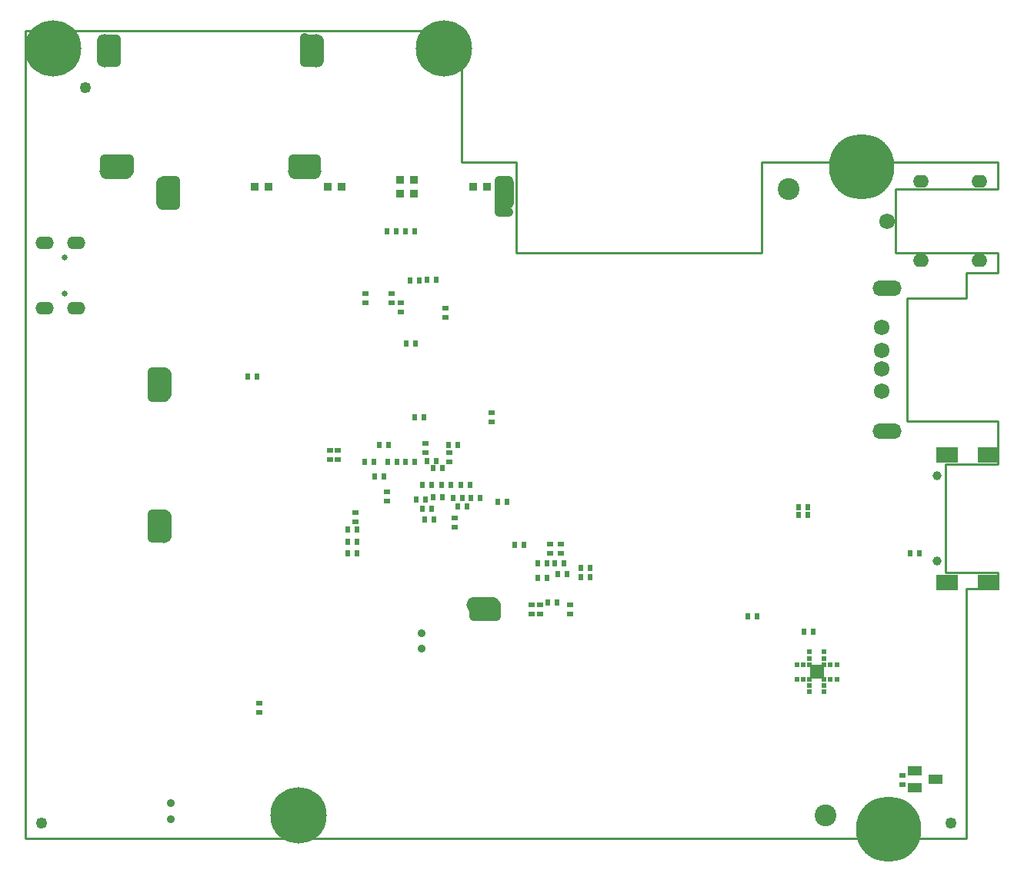
<source format=gbr>
G04 #@! TF.FileFunction,Soldermask,Bot*
%FSLAX46Y46*%
G04 Gerber Fmt 4.6, Leading zero omitted, Abs format (unit mm)*
G04 Created by KiCad (PCBNEW no-vcs-found-undefined) date Tue Nov  8 15:57:13 2016*
%MOMM*%
%LPD*%
G01*
G04 APERTURE LIST*
%ADD10C,0.100000*%
%ADD11C,1.016000*%
%ADD12C,0.254000*%
%ADD13R,0.901600X0.901600*%
%ADD14R,1.501600X1.101600*%
%ADD15R,0.601600X0.651600*%
%ADD16O,1.724000X1.400000*%
%ADD17C,1.724000*%
%ADD18O,3.200000X1.724000*%
%ADD19R,2.400000X1.800000*%
%ADD20C,1.000000*%
%ADD21R,0.600000X0.600000*%
%ADD22R,1.622400X1.622400*%
%ADD23C,0.900000*%
%ADD24O,2.000000X1.400000*%
%ADD25C,0.650000*%
%ADD26C,6.200000*%
%ADD27C,1.254000*%
%ADD28R,0.651600X0.601600*%
%ADD29C,2.400000*%
%ADD30C,7.200000*%
%ADD31O,3.700000X1.700000*%
%ADD32O,1.700000X3.700000*%
G04 APERTURE END LIST*
D10*
D11*
X152146000Y-27559000D02*
X152146000Y-30988000D01*
X130683000Y-11938000D02*
X131953000Y-11938000D01*
X130683000Y-14478000D02*
X132207000Y-14478000D01*
X130683000Y-11811000D02*
X130683000Y-14478000D01*
X109982000Y-11938000D02*
X108458000Y-11938000D01*
X109982000Y-14478000D02*
X108585000Y-14478000D01*
X109982000Y-11938000D02*
X109982000Y-14478000D01*
X108712000Y-25146000D02*
X108712000Y-26543000D01*
X111379000Y-25146000D02*
X111379000Y-26543000D01*
X108712000Y-25146000D02*
X111379000Y-25146000D01*
X116459000Y-27559000D02*
X115189000Y-27559000D01*
X116459000Y-30226000D02*
X115062000Y-30226000D01*
X116459000Y-27559000D02*
X116459000Y-30226000D01*
X131953000Y-25146000D02*
X131953000Y-26670000D01*
X129413000Y-25146000D02*
X129413000Y-26670000D01*
X131953000Y-25146000D02*
X129413000Y-25146000D01*
X152146000Y-27559000D02*
X153162000Y-27559000D01*
X152273000Y-30988000D02*
X153162000Y-30988000D01*
X151765000Y-75565000D02*
X151765000Y-74295000D01*
X149352000Y-75565000D02*
X149352000Y-74168000D01*
X151765000Y-75565000D02*
X149352000Y-75565000D01*
X113919000Y-66929000D02*
X115316000Y-66929000D01*
X113919000Y-64262000D02*
X115316000Y-64262000D01*
X113919000Y-66929000D02*
X113919000Y-64262000D01*
X113919000Y-48641000D02*
X115316000Y-48641000D01*
X113919000Y-51435000D02*
X115316000Y-51435000D01*
X113919000Y-48641000D02*
X113919000Y-51435000D01*
D12*
X201250000Y-58800000D02*
X201250000Y-70700000D01*
X207000000Y-70700000D02*
X207000000Y-72500000D01*
X207000000Y-54000000D02*
X207000000Y-58800000D01*
X201250000Y-58800000D02*
X207000000Y-58800000D01*
X207000000Y-70700000D02*
X201250000Y-70700000D01*
X207000000Y-35500000D02*
X207000000Y-37700000D01*
X195750000Y-28500000D02*
X195750000Y-35500000D01*
X207000000Y-25500000D02*
X207000000Y-28500000D01*
X195750000Y-28500000D02*
X207000000Y-28500000D01*
X207000000Y-35500000D02*
X195750000Y-35500000D01*
X197000000Y-40500000D02*
X197000000Y-54000000D01*
X203500000Y-37700000D02*
X203500000Y-40500000D01*
X197000000Y-40500000D02*
X203500000Y-40500000D01*
X197000000Y-54000000D02*
X207000000Y-54000000D01*
X203500000Y-37700000D02*
X207000000Y-37700000D01*
X203500000Y-72500000D02*
X207000000Y-72500000D01*
X203500000Y-100000000D02*
X203500000Y-72500000D01*
X181000000Y-25500000D02*
X207000000Y-25500000D01*
X181000000Y-35500000D02*
X181000000Y-25500000D01*
X154000000Y-35500000D02*
X181000000Y-35500000D01*
X154000000Y-25500000D02*
X154000000Y-35500000D01*
X148000000Y-25500000D02*
X154000000Y-25500000D01*
X148000000Y-11000000D02*
X148000000Y-25500000D01*
X100000000Y-11000000D02*
X148000000Y-11000000D01*
X100000000Y-100000000D02*
X100000000Y-11000000D01*
X100000000Y-100000000D02*
X203500000Y-100000000D01*
D13*
X125238000Y-28200000D03*
X126762000Y-28200000D03*
D14*
X197892560Y-94449960D03*
X197892560Y-92547500D03*
X200102360Y-93502540D03*
D15*
X139792000Y-33100000D03*
X140808000Y-33100000D03*
D13*
X149238000Y-28200000D03*
X150762000Y-28200000D03*
X141223000Y-28956000D03*
X142747000Y-28956000D03*
X141238000Y-27438000D03*
X142762000Y-27438000D03*
X133238000Y-28200000D03*
X134762000Y-28200000D03*
D16*
X205010000Y-27629000D03*
X198510000Y-27629000D03*
X198510000Y-36379000D03*
X205010000Y-36379000D03*
D17*
X194810000Y-32004000D03*
D18*
X194810000Y-39394000D03*
X194810000Y-55094000D03*
D17*
X194210000Y-43744000D03*
X194210000Y-46244000D03*
X194210000Y-48244000D03*
X194210000Y-50744000D03*
D19*
X206000000Y-57726000D03*
X201400000Y-57726000D03*
X201400000Y-71776000D03*
X206000000Y-71776000D03*
D20*
X200300000Y-60071000D03*
X200300000Y-69431000D03*
D21*
X184871000Y-80861000D03*
X185571000Y-80861000D03*
X186271000Y-80861000D03*
X186271000Y-80161000D03*
X186271000Y-79461000D03*
X187871000Y-79461000D03*
X187871000Y-80161000D03*
X187871000Y-80861000D03*
X188571000Y-80861000D03*
X189271000Y-80861000D03*
X189271000Y-82461000D03*
X188571000Y-82461000D03*
X187871000Y-82461000D03*
X187871000Y-83161000D03*
X187871000Y-83861000D03*
X186271000Y-83861000D03*
X186271000Y-83161000D03*
X186271000Y-82461000D03*
X185571000Y-82461000D03*
X184871000Y-82461000D03*
D22*
X187071000Y-81661000D03*
D23*
X116000000Y-97850000D03*
X116000000Y-96150000D03*
D24*
X102112000Y-41573000D03*
X105582000Y-41573000D03*
X105582000Y-34373000D03*
X102112000Y-34373000D03*
D25*
X104262000Y-39973000D03*
X104262000Y-35973000D03*
D15*
X156392000Y-69700000D03*
X157408000Y-69700000D03*
D26*
X130000000Y-97500000D03*
D27*
X201803000Y-98298000D03*
X106553000Y-17272000D03*
X101727000Y-98298000D03*
D23*
X143578000Y-77382000D03*
X143578000Y-79082000D03*
D15*
X139908000Y-56700000D03*
X138892000Y-56700000D03*
X139892000Y-58500000D03*
X140908000Y-58500000D03*
X138308000Y-58500000D03*
X137292000Y-58500000D03*
D28*
X139750000Y-61842000D03*
X139750000Y-62858000D03*
D15*
X139408000Y-60100000D03*
X138392000Y-60100000D03*
X144908000Y-64900000D03*
X143892000Y-64900000D03*
X143308000Y-38500000D03*
X142292000Y-38500000D03*
X142808000Y-33100000D03*
X141792000Y-33100000D03*
D28*
X144000000Y-57508000D03*
X144000000Y-56492000D03*
D15*
X162108000Y-71200000D03*
X161092000Y-71200000D03*
X143808000Y-53600000D03*
X142792000Y-53600000D03*
X161092000Y-70200000D03*
X162108000Y-70200000D03*
X157408000Y-71300000D03*
X156392000Y-71300000D03*
X143642000Y-61100000D03*
X144658000Y-61100000D03*
X148908000Y-61100000D03*
X147892000Y-61100000D03*
D28*
X125730000Y-86106000D03*
X125730000Y-85090000D03*
D15*
X159608000Y-70900000D03*
X158592000Y-70900000D03*
D28*
X157700000Y-67592000D03*
X157700000Y-68608000D03*
X146600000Y-58508000D03*
X146600000Y-57492000D03*
X147200000Y-65708000D03*
X147200000Y-64692000D03*
X158900000Y-67592000D03*
X158900000Y-68608000D03*
D15*
X148608000Y-63400000D03*
X147592000Y-63400000D03*
X143692000Y-63700000D03*
X144708000Y-63700000D03*
X144192000Y-58400000D03*
X145208000Y-58400000D03*
D28*
X136300000Y-64092000D03*
X136300000Y-65108000D03*
D15*
X135492000Y-68600000D03*
X136508000Y-68600000D03*
X135492000Y-67300000D03*
X136508000Y-67300000D03*
X135492000Y-66000000D03*
X136508000Y-66000000D03*
X141842000Y-58500000D03*
X142858000Y-58500000D03*
X186690000Y-77216000D03*
X185674000Y-77216000D03*
X142992000Y-62700000D03*
X144008000Y-62700000D03*
X145792000Y-61100000D03*
X146808000Y-61100000D03*
X147608000Y-56700000D03*
X146592000Y-56700000D03*
X144892000Y-62400000D03*
X145908000Y-62400000D03*
X150008000Y-62500000D03*
X148992000Y-62500000D03*
X145908000Y-59200000D03*
X144892000Y-59200000D03*
X124460000Y-49149000D03*
X125476000Y-49149000D03*
D28*
X134366000Y-58293000D03*
X134366000Y-57277000D03*
X133477000Y-58293000D03*
X133477000Y-57277000D03*
X156591000Y-74295000D03*
X156591000Y-75311000D03*
D15*
X147092000Y-62500000D03*
X148108000Y-62500000D03*
X197358000Y-68580000D03*
X198374000Y-68580000D03*
X157480000Y-74041000D03*
X158496000Y-74041000D03*
D28*
X151257000Y-53086000D03*
X151257000Y-54102000D03*
D15*
X179451000Y-75565000D03*
X180467000Y-75565000D03*
X185039000Y-63500000D03*
X186055000Y-63500000D03*
X185039000Y-64389000D03*
X186055000Y-64389000D03*
X142875000Y-45466000D03*
X141859000Y-45466000D03*
D28*
X146200000Y-41592000D03*
X146200000Y-42608000D03*
D15*
X144145000Y-38481000D03*
X145161000Y-38481000D03*
D28*
X141300000Y-42008000D03*
X141300000Y-40992000D03*
X140300000Y-39992000D03*
X140300000Y-41008000D03*
X137400000Y-41008000D03*
X137400000Y-39992000D03*
D26*
X146000000Y-13000000D03*
D29*
X184000000Y-28500000D03*
D30*
X192000000Y-26000000D03*
D29*
X188000000Y-97500000D03*
D30*
X195000000Y-99000000D03*
D26*
X103000000Y-13000000D03*
D15*
X159208000Y-69700000D03*
X158192000Y-69700000D03*
X153797000Y-67691000D03*
X154813000Y-67691000D03*
D28*
X159893000Y-75311000D03*
X159893000Y-74295000D03*
X155702000Y-74295000D03*
X155702000Y-75311000D03*
X196469000Y-94107000D03*
X196469000Y-93091000D03*
D15*
X151992000Y-62900000D03*
X153008000Y-62900000D03*
D31*
X150400000Y-74300000D03*
D32*
X115200000Y-65600000D03*
X115200000Y-28900000D03*
X152900000Y-28900000D03*
D31*
X110000000Y-26500000D03*
X130700000Y-26500000D03*
D32*
X132000000Y-13200000D03*
X108700000Y-13200000D03*
X115200000Y-50000000D03*
M02*

</source>
